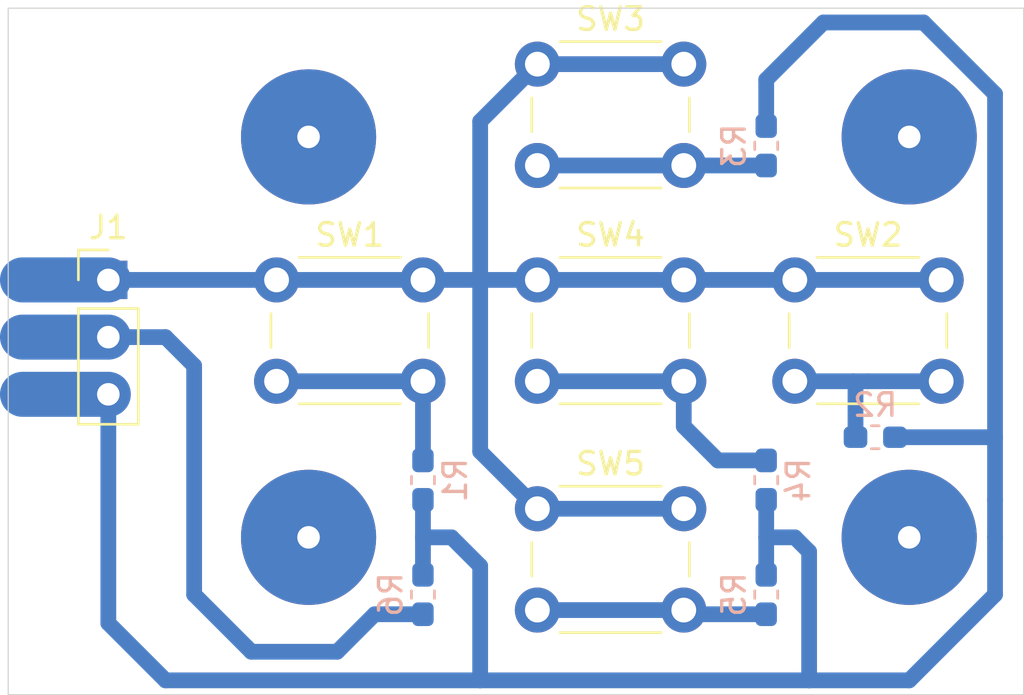
<source format=kicad_pcb>
(kicad_pcb (version 20171130) (host pcbnew 5.1.5+dfsg1-2build2)

  (general
    (thickness 1.6)
    (drawings 4)
    (tracks 68)
    (zones 0)
    (modules 12)
    (nets 9)
  )

  (page A4)
  (layers
    (0 F.Cu signal)
    (31 B.Cu signal)
    (32 B.Adhes user)
    (33 F.Adhes user)
    (34 B.Paste user)
    (35 F.Paste user)
    (36 B.SilkS user)
    (37 F.SilkS user)
    (38 B.Mask user)
    (39 F.Mask user)
    (40 Dwgs.User user)
    (41 Cmts.User user)
    (42 Eco1.User user)
    (43 Eco2.User user)
    (44 Edge.Cuts user)
    (45 Margin user)
    (46 B.CrtYd user)
    (47 F.CrtYd user)
    (48 B.Fab user)
    (49 F.Fab user)
  )

  (setup
    (last_trace_width 0.7)
    (trace_clearance 0.4)
    (zone_clearance 1)
    (zone_45_only no)
    (trace_min 0.2)
    (via_size 2)
    (via_drill 1)
    (via_min_size 0.4)
    (via_min_drill 0.3)
    (uvia_size 2)
    (uvia_drill 1)
    (uvias_allowed no)
    (uvia_min_size 0.2)
    (uvia_min_drill 0.1)
    (edge_width 0.05)
    (segment_width 0.2)
    (pcb_text_width 0.3)
    (pcb_text_size 1.5 1.5)
    (mod_edge_width 0.12)
    (mod_text_size 1 1)
    (mod_text_width 0.15)
    (pad_size 1.524 1.524)
    (pad_drill 0.762)
    (pad_to_mask_clearance 0.051)
    (solder_mask_min_width 0.25)
    (aux_axis_origin 0 0)
    (visible_elements FFFFFF7F)
    (pcbplotparams
      (layerselection 0x01000_fffffffe)
      (usegerberextensions false)
      (usegerberattributes false)
      (usegerberadvancedattributes false)
      (creategerberjobfile false)
      (excludeedgelayer false)
      (linewidth 1.000000)
      (plotframeref false)
      (viasonmask false)
      (mode 1)
      (useauxorigin false)
      (hpglpennumber 1)
      (hpglpenspeed 20)
      (hpglpendiameter 15.000000)
      (psnegative false)
      (psa4output false)
      (plotreference true)
      (plotvalue true)
      (plotinvisibletext false)
      (padsonsilk false)
      (subtractmaskfromsilk false)
      (outputformat 4)
      (mirror false)
      (drillshape 1)
      (scaleselection 1)
      (outputdirectory "../"))
  )

  (net 0 "")
  (net 1 "Net-(R1-Pad2)")
  (net 2 "Net-(R2-Pad2)")
  (net 3 "Net-(R3-Pad2)")
  (net 4 "Net-(R4-Pad2)")
  (net 5 "Net-(R5-Pad2)")
  (net 6 VCC)
  (net 7 GND)
  (net 8 Button)

  (net_class Default "This is the default net class."
    (clearance 0.4)
    (trace_width 0.7)
    (via_dia 2)
    (via_drill 1)
    (uvia_dia 2)
    (uvia_drill 1)
    (add_net Button)
    (add_net GND)
    (add_net "Net-(R1-Pad2)")
    (add_net "Net-(R2-Pad2)")
    (add_net "Net-(R3-Pad2)")
    (add_net "Net-(R4-Pad2)")
    (add_net "Net-(R5-Pad2)")
    (add_net VCC)
  )

  (module Button_Switch_THT:SW_PUSH_6mm (layer F.Cu) (tedit 5A02FE31) (tstamp 62A344AF)
    (at 111.76 111.76)
    (descr https://www.omron.com/ecb/products/pdf/en-b3f.pdf)
    (tags "tact sw push 6mm")
    (path /628689D6)
    (fp_text reference SW5 (at 3.25 -2) (layer F.SilkS)
      (effects (font (size 1 1) (thickness 0.15)))
    )
    (fp_text value SW_CENTER (at 3.75 6.7) (layer F.Fab)
      (effects (font (size 1 1) (thickness 0.15)))
    )
    (fp_circle (center 3.25 2.25) (end 1.25 2.5) (layer F.Fab) (width 0.1))
    (fp_line (start 6.75 3) (end 6.75 1.5) (layer F.SilkS) (width 0.12))
    (fp_line (start 5.5 -1) (end 1 -1) (layer F.SilkS) (width 0.12))
    (fp_line (start -0.25 1.5) (end -0.25 3) (layer F.SilkS) (width 0.12))
    (fp_line (start 1 5.5) (end 5.5 5.5) (layer F.SilkS) (width 0.12))
    (fp_line (start 8 -1.25) (end 8 5.75) (layer F.CrtYd) (width 0.05))
    (fp_line (start 7.75 6) (end -1.25 6) (layer F.CrtYd) (width 0.05))
    (fp_line (start -1.5 5.75) (end -1.5 -1.25) (layer F.CrtYd) (width 0.05))
    (fp_line (start -1.25 -1.5) (end 7.75 -1.5) (layer F.CrtYd) (width 0.05))
    (fp_line (start -1.5 6) (end -1.25 6) (layer F.CrtYd) (width 0.05))
    (fp_line (start -1.5 5.75) (end -1.5 6) (layer F.CrtYd) (width 0.05))
    (fp_line (start -1.5 -1.5) (end -1.25 -1.5) (layer F.CrtYd) (width 0.05))
    (fp_line (start -1.5 -1.25) (end -1.5 -1.5) (layer F.CrtYd) (width 0.05))
    (fp_line (start 8 -1.5) (end 8 -1.25) (layer F.CrtYd) (width 0.05))
    (fp_line (start 7.75 -1.5) (end 8 -1.5) (layer F.CrtYd) (width 0.05))
    (fp_line (start 8 6) (end 8 5.75) (layer F.CrtYd) (width 0.05))
    (fp_line (start 7.75 6) (end 8 6) (layer F.CrtYd) (width 0.05))
    (fp_line (start 0.25 -0.75) (end 3.25 -0.75) (layer F.Fab) (width 0.1))
    (fp_line (start 0.25 5.25) (end 0.25 -0.75) (layer F.Fab) (width 0.1))
    (fp_line (start 6.25 5.25) (end 0.25 5.25) (layer F.Fab) (width 0.1))
    (fp_line (start 6.25 -0.75) (end 6.25 5.25) (layer F.Fab) (width 0.1))
    (fp_line (start 3.25 -0.75) (end 6.25 -0.75) (layer F.Fab) (width 0.1))
    (fp_text user %R (at 3.25 2.25) (layer F.Fab)
      (effects (font (size 1 1) (thickness 0.15)))
    )
    (pad 1 thru_hole circle (at 6.5 0 90) (size 2 2) (drill 1.1) (layers *.Cu *.Mask)
      (net 7 GND))
    (pad 2 thru_hole circle (at 6.5 4.5 90) (size 2 2) (drill 1.1) (layers *.Cu *.Mask)
      (net 5 "Net-(R5-Pad2)"))
    (pad 1 thru_hole circle (at 0 0 90) (size 2 2) (drill 1.1) (layers *.Cu *.Mask)
      (net 7 GND))
    (pad 2 thru_hole circle (at 0 4.5 90) (size 2 2) (drill 1.1) (layers *.Cu *.Mask)
      (net 5 "Net-(R5-Pad2)"))
    (model ${KISYS3DMOD}/Button_Switch_THT.3dshapes/SW_PUSH_6mm.wrl
      (at (xyz 0 0 0))
      (scale (xyz 1 1 1))
      (rotate (xyz 0 0 0))
    )
  )

  (module Button_Switch_THT:SW_PUSH_6mm (layer F.Cu) (tedit 5A02FE31) (tstamp 62A34490)
    (at 111.76 101.6)
    (descr https://www.omron.com/ecb/products/pdf/en-b3f.pdf)
    (tags "tact sw push 6mm")
    (path /62868774)
    (fp_text reference SW4 (at 3.25 -2) (layer F.SilkS)
      (effects (font (size 1 1) (thickness 0.15)))
    )
    (fp_text value SW_DOWN (at 3.75 6.7) (layer F.Fab)
      (effects (font (size 1 1) (thickness 0.15)))
    )
    (fp_circle (center 3.25 2.25) (end 1.25 2.5) (layer F.Fab) (width 0.1))
    (fp_line (start 6.75 3) (end 6.75 1.5) (layer F.SilkS) (width 0.12))
    (fp_line (start 5.5 -1) (end 1 -1) (layer F.SilkS) (width 0.12))
    (fp_line (start -0.25 1.5) (end -0.25 3) (layer F.SilkS) (width 0.12))
    (fp_line (start 1 5.5) (end 5.5 5.5) (layer F.SilkS) (width 0.12))
    (fp_line (start 8 -1.25) (end 8 5.75) (layer F.CrtYd) (width 0.05))
    (fp_line (start 7.75 6) (end -1.25 6) (layer F.CrtYd) (width 0.05))
    (fp_line (start -1.5 5.75) (end -1.5 -1.25) (layer F.CrtYd) (width 0.05))
    (fp_line (start -1.25 -1.5) (end 7.75 -1.5) (layer F.CrtYd) (width 0.05))
    (fp_line (start -1.5 6) (end -1.25 6) (layer F.CrtYd) (width 0.05))
    (fp_line (start -1.5 5.75) (end -1.5 6) (layer F.CrtYd) (width 0.05))
    (fp_line (start -1.5 -1.5) (end -1.25 -1.5) (layer F.CrtYd) (width 0.05))
    (fp_line (start -1.5 -1.25) (end -1.5 -1.5) (layer F.CrtYd) (width 0.05))
    (fp_line (start 8 -1.5) (end 8 -1.25) (layer F.CrtYd) (width 0.05))
    (fp_line (start 7.75 -1.5) (end 8 -1.5) (layer F.CrtYd) (width 0.05))
    (fp_line (start 8 6) (end 8 5.75) (layer F.CrtYd) (width 0.05))
    (fp_line (start 7.75 6) (end 8 6) (layer F.CrtYd) (width 0.05))
    (fp_line (start 0.25 -0.75) (end 3.25 -0.75) (layer F.Fab) (width 0.1))
    (fp_line (start 0.25 5.25) (end 0.25 -0.75) (layer F.Fab) (width 0.1))
    (fp_line (start 6.25 5.25) (end 0.25 5.25) (layer F.Fab) (width 0.1))
    (fp_line (start 6.25 -0.75) (end 6.25 5.25) (layer F.Fab) (width 0.1))
    (fp_line (start 3.25 -0.75) (end 6.25 -0.75) (layer F.Fab) (width 0.1))
    (fp_text user %R (at 3.25 2.25) (layer F.Fab)
      (effects (font (size 1 1) (thickness 0.15)))
    )
    (pad 1 thru_hole circle (at 6.5 0 90) (size 2 2) (drill 1.1) (layers *.Cu *.Mask)
      (net 7 GND))
    (pad 2 thru_hole circle (at 6.5 4.5 90) (size 2 2) (drill 1.1) (layers *.Cu *.Mask)
      (net 4 "Net-(R4-Pad2)"))
    (pad 1 thru_hole circle (at 0 0 90) (size 2 2) (drill 1.1) (layers *.Cu *.Mask)
      (net 7 GND))
    (pad 2 thru_hole circle (at 0 4.5 90) (size 2 2) (drill 1.1) (layers *.Cu *.Mask)
      (net 4 "Net-(R4-Pad2)"))
    (model ${KISYS3DMOD}/Button_Switch_THT.3dshapes/SW_PUSH_6mm.wrl
      (at (xyz 0 0 0))
      (scale (xyz 1 1 1))
      (rotate (xyz 0 0 0))
    )
  )

  (module Button_Switch_THT:SW_PUSH_6mm (layer F.Cu) (tedit 5A02FE31) (tstamp 62A34471)
    (at 111.76 92.02)
    (descr https://www.omron.com/ecb/products/pdf/en-b3f.pdf)
    (tags "tact sw push 6mm")
    (path /628684F0)
    (fp_text reference SW3 (at 3.25 -2) (layer F.SilkS)
      (effects (font (size 1 1) (thickness 0.15)))
    )
    (fp_text value SW_UP (at 3.75 6.7) (layer F.Fab)
      (effects (font (size 1 1) (thickness 0.15)))
    )
    (fp_circle (center 3.25 2.25) (end 1.25 2.5) (layer F.Fab) (width 0.1))
    (fp_line (start 6.75 3) (end 6.75 1.5) (layer F.SilkS) (width 0.12))
    (fp_line (start 5.5 -1) (end 1 -1) (layer F.SilkS) (width 0.12))
    (fp_line (start -0.25 1.5) (end -0.25 3) (layer F.SilkS) (width 0.12))
    (fp_line (start 1 5.5) (end 5.5 5.5) (layer F.SilkS) (width 0.12))
    (fp_line (start 8 -1.25) (end 8 5.75) (layer F.CrtYd) (width 0.05))
    (fp_line (start 7.75 6) (end -1.25 6) (layer F.CrtYd) (width 0.05))
    (fp_line (start -1.5 5.75) (end -1.5 -1.25) (layer F.CrtYd) (width 0.05))
    (fp_line (start -1.25 -1.5) (end 7.75 -1.5) (layer F.CrtYd) (width 0.05))
    (fp_line (start -1.5 6) (end -1.25 6) (layer F.CrtYd) (width 0.05))
    (fp_line (start -1.5 5.75) (end -1.5 6) (layer F.CrtYd) (width 0.05))
    (fp_line (start -1.5 -1.5) (end -1.25 -1.5) (layer F.CrtYd) (width 0.05))
    (fp_line (start -1.5 -1.25) (end -1.5 -1.5) (layer F.CrtYd) (width 0.05))
    (fp_line (start 8 -1.5) (end 8 -1.25) (layer F.CrtYd) (width 0.05))
    (fp_line (start 7.75 -1.5) (end 8 -1.5) (layer F.CrtYd) (width 0.05))
    (fp_line (start 8 6) (end 8 5.75) (layer F.CrtYd) (width 0.05))
    (fp_line (start 7.75 6) (end 8 6) (layer F.CrtYd) (width 0.05))
    (fp_line (start 0.25 -0.75) (end 3.25 -0.75) (layer F.Fab) (width 0.1))
    (fp_line (start 0.25 5.25) (end 0.25 -0.75) (layer F.Fab) (width 0.1))
    (fp_line (start 6.25 5.25) (end 0.25 5.25) (layer F.Fab) (width 0.1))
    (fp_line (start 6.25 -0.75) (end 6.25 5.25) (layer F.Fab) (width 0.1))
    (fp_line (start 3.25 -0.75) (end 6.25 -0.75) (layer F.Fab) (width 0.1))
    (fp_text user %R (at 3.25 2.25) (layer F.Fab)
      (effects (font (size 1 1) (thickness 0.15)))
    )
    (pad 1 thru_hole circle (at 6.5 0 90) (size 2 2) (drill 1.1) (layers *.Cu *.Mask)
      (net 7 GND))
    (pad 2 thru_hole circle (at 6.5 4.5 90) (size 2 2) (drill 1.1) (layers *.Cu *.Mask)
      (net 3 "Net-(R3-Pad2)"))
    (pad 1 thru_hole circle (at 0 0 90) (size 2 2) (drill 1.1) (layers *.Cu *.Mask)
      (net 7 GND))
    (pad 2 thru_hole circle (at 0 4.5 90) (size 2 2) (drill 1.1) (layers *.Cu *.Mask)
      (net 3 "Net-(R3-Pad2)"))
    (model ${KISYS3DMOD}/Button_Switch_THT.3dshapes/SW_PUSH_6mm.wrl
      (at (xyz 0 0 0))
      (scale (xyz 1 1 1))
      (rotate (xyz 0 0 0))
    )
  )

  (module Button_Switch_THT:SW_PUSH_6mm (layer F.Cu) (tedit 5A02FE31) (tstamp 62A34452)
    (at 123.19 101.6)
    (descr https://www.omron.com/ecb/products/pdf/en-b3f.pdf)
    (tags "tact sw push 6mm")
    (path /62867C05)
    (fp_text reference SW2 (at 3.25 -2) (layer F.SilkS)
      (effects (font (size 1 1) (thickness 0.15)))
    )
    (fp_text value SW_RIGHT (at 3.75 6.7) (layer F.Fab)
      (effects (font (size 1 1) (thickness 0.15)))
    )
    (fp_circle (center 3.25 2.25) (end 1.25 2.5) (layer F.Fab) (width 0.1))
    (fp_line (start 6.75 3) (end 6.75 1.5) (layer F.SilkS) (width 0.12))
    (fp_line (start 5.5 -1) (end 1 -1) (layer F.SilkS) (width 0.12))
    (fp_line (start -0.25 1.5) (end -0.25 3) (layer F.SilkS) (width 0.12))
    (fp_line (start 1 5.5) (end 5.5 5.5) (layer F.SilkS) (width 0.12))
    (fp_line (start 8 -1.25) (end 8 5.75) (layer F.CrtYd) (width 0.05))
    (fp_line (start 7.75 6) (end -1.25 6) (layer F.CrtYd) (width 0.05))
    (fp_line (start -1.5 5.75) (end -1.5 -1.25) (layer F.CrtYd) (width 0.05))
    (fp_line (start -1.25 -1.5) (end 7.75 -1.5) (layer F.CrtYd) (width 0.05))
    (fp_line (start -1.5 6) (end -1.25 6) (layer F.CrtYd) (width 0.05))
    (fp_line (start -1.5 5.75) (end -1.5 6) (layer F.CrtYd) (width 0.05))
    (fp_line (start -1.5 -1.5) (end -1.25 -1.5) (layer F.CrtYd) (width 0.05))
    (fp_line (start -1.5 -1.25) (end -1.5 -1.5) (layer F.CrtYd) (width 0.05))
    (fp_line (start 8 -1.5) (end 8 -1.25) (layer F.CrtYd) (width 0.05))
    (fp_line (start 7.75 -1.5) (end 8 -1.5) (layer F.CrtYd) (width 0.05))
    (fp_line (start 8 6) (end 8 5.75) (layer F.CrtYd) (width 0.05))
    (fp_line (start 7.75 6) (end 8 6) (layer F.CrtYd) (width 0.05))
    (fp_line (start 0.25 -0.75) (end 3.25 -0.75) (layer F.Fab) (width 0.1))
    (fp_line (start 0.25 5.25) (end 0.25 -0.75) (layer F.Fab) (width 0.1))
    (fp_line (start 6.25 5.25) (end 0.25 5.25) (layer F.Fab) (width 0.1))
    (fp_line (start 6.25 -0.75) (end 6.25 5.25) (layer F.Fab) (width 0.1))
    (fp_line (start 3.25 -0.75) (end 6.25 -0.75) (layer F.Fab) (width 0.1))
    (fp_text user %R (at 3.25 2.25) (layer F.Fab)
      (effects (font (size 1 1) (thickness 0.15)))
    )
    (pad 1 thru_hole circle (at 6.5 0 90) (size 2 2) (drill 1.1) (layers *.Cu *.Mask)
      (net 7 GND))
    (pad 2 thru_hole circle (at 6.5 4.5 90) (size 2 2) (drill 1.1) (layers *.Cu *.Mask)
      (net 2 "Net-(R2-Pad2)"))
    (pad 1 thru_hole circle (at 0 0 90) (size 2 2) (drill 1.1) (layers *.Cu *.Mask)
      (net 7 GND))
    (pad 2 thru_hole circle (at 0 4.5 90) (size 2 2) (drill 1.1) (layers *.Cu *.Mask)
      (net 2 "Net-(R2-Pad2)"))
    (model ${KISYS3DMOD}/Button_Switch_THT.3dshapes/SW_PUSH_6mm.wrl
      (at (xyz 0 0 0))
      (scale (xyz 1 1 1))
      (rotate (xyz 0 0 0))
    )
  )

  (module Button_Switch_THT:SW_PUSH_6mm (layer F.Cu) (tedit 5A02FE31) (tstamp 62A34433)
    (at 100.18 101.6)
    (descr https://www.omron.com/ecb/products/pdf/en-b3f.pdf)
    (tags "tact sw push 6mm")
    (path /628674E4)
    (fp_text reference SW1 (at 3.25 -2) (layer F.SilkS)
      (effects (font (size 1 1) (thickness 0.15)))
    )
    (fp_text value SW_LEFT (at 3.75 6.7) (layer F.Fab)
      (effects (font (size 1 1) (thickness 0.15)))
    )
    (fp_circle (center 3.25 2.25) (end 1.25 2.5) (layer F.Fab) (width 0.1))
    (fp_line (start 6.75 3) (end 6.75 1.5) (layer F.SilkS) (width 0.12))
    (fp_line (start 5.5 -1) (end 1 -1) (layer F.SilkS) (width 0.12))
    (fp_line (start -0.25 1.5) (end -0.25 3) (layer F.SilkS) (width 0.12))
    (fp_line (start 1 5.5) (end 5.5 5.5) (layer F.SilkS) (width 0.12))
    (fp_line (start 8 -1.25) (end 8 5.75) (layer F.CrtYd) (width 0.05))
    (fp_line (start 7.75 6) (end -1.25 6) (layer F.CrtYd) (width 0.05))
    (fp_line (start -1.5 5.75) (end -1.5 -1.25) (layer F.CrtYd) (width 0.05))
    (fp_line (start -1.25 -1.5) (end 7.75 -1.5) (layer F.CrtYd) (width 0.05))
    (fp_line (start -1.5 6) (end -1.25 6) (layer F.CrtYd) (width 0.05))
    (fp_line (start -1.5 5.75) (end -1.5 6) (layer F.CrtYd) (width 0.05))
    (fp_line (start -1.5 -1.5) (end -1.25 -1.5) (layer F.CrtYd) (width 0.05))
    (fp_line (start -1.5 -1.25) (end -1.5 -1.5) (layer F.CrtYd) (width 0.05))
    (fp_line (start 8 -1.5) (end 8 -1.25) (layer F.CrtYd) (width 0.05))
    (fp_line (start 7.75 -1.5) (end 8 -1.5) (layer F.CrtYd) (width 0.05))
    (fp_line (start 8 6) (end 8 5.75) (layer F.CrtYd) (width 0.05))
    (fp_line (start 7.75 6) (end 8 6) (layer F.CrtYd) (width 0.05))
    (fp_line (start 0.25 -0.75) (end 3.25 -0.75) (layer F.Fab) (width 0.1))
    (fp_line (start 0.25 5.25) (end 0.25 -0.75) (layer F.Fab) (width 0.1))
    (fp_line (start 6.25 5.25) (end 0.25 5.25) (layer F.Fab) (width 0.1))
    (fp_line (start 6.25 -0.75) (end 6.25 5.25) (layer F.Fab) (width 0.1))
    (fp_line (start 3.25 -0.75) (end 6.25 -0.75) (layer F.Fab) (width 0.1))
    (fp_text user %R (at 3.25 2.25) (layer F.Fab)
      (effects (font (size 1 1) (thickness 0.15)))
    )
    (pad 1 thru_hole circle (at 6.5 0 90) (size 2 2) (drill 1.1) (layers *.Cu *.Mask)
      (net 7 GND))
    (pad 2 thru_hole circle (at 6.5 4.5 90) (size 2 2) (drill 1.1) (layers *.Cu *.Mask)
      (net 1 "Net-(R1-Pad2)"))
    (pad 1 thru_hole circle (at 0 0 90) (size 2 2) (drill 1.1) (layers *.Cu *.Mask)
      (net 7 GND))
    (pad 2 thru_hole circle (at 0 4.5 90) (size 2 2) (drill 1.1) (layers *.Cu *.Mask)
      (net 1 "Net-(R1-Pad2)"))
    (model ${KISYS3DMOD}/Button_Switch_THT.3dshapes/SW_PUSH_6mm.wrl
      (at (xyz 0 0 0))
      (scale (xyz 1 1 1))
      (rotate (xyz 0 0 0))
    )
  )

  (module Resistor_SMD:R_0603_1608Metric_Pad1.05x0.95mm_HandSolder (layer B.Cu) (tedit 5B301BBD) (tstamp 62A34414)
    (at 106.68 115.57 270)
    (descr "Resistor SMD 0603 (1608 Metric), square (rectangular) end terminal, IPC_7351 nominal with elongated pad for handsoldering. (Body size source: http://www.tortai-tech.com/upload/download/2011102023233369053.pdf), generated with kicad-footprint-generator")
    (tags "resistor handsolder")
    (path /62872EF1)
    (attr smd)
    (fp_text reference R6 (at 0 1.43 90) (layer B.SilkS)
      (effects (font (size 1 1) (thickness 0.15)) (justify mirror))
    )
    (fp_text value 4.7K (at 0 -1.43 90) (layer B.Fab)
      (effects (font (size 1 1) (thickness 0.15)) (justify mirror))
    )
    (fp_text user %R (at 0 0 90) (layer B.Fab)
      (effects (font (size 0.4 0.4) (thickness 0.06)) (justify mirror))
    )
    (fp_line (start 1.65 -0.73) (end -1.65 -0.73) (layer B.CrtYd) (width 0.05))
    (fp_line (start 1.65 0.73) (end 1.65 -0.73) (layer B.CrtYd) (width 0.05))
    (fp_line (start -1.65 0.73) (end 1.65 0.73) (layer B.CrtYd) (width 0.05))
    (fp_line (start -1.65 -0.73) (end -1.65 0.73) (layer B.CrtYd) (width 0.05))
    (fp_line (start -0.171267 -0.51) (end 0.171267 -0.51) (layer B.SilkS) (width 0.12))
    (fp_line (start -0.171267 0.51) (end 0.171267 0.51) (layer B.SilkS) (width 0.12))
    (fp_line (start 0.8 -0.4) (end -0.8 -0.4) (layer B.Fab) (width 0.1))
    (fp_line (start 0.8 0.4) (end 0.8 -0.4) (layer B.Fab) (width 0.1))
    (fp_line (start -0.8 0.4) (end 0.8 0.4) (layer B.Fab) (width 0.1))
    (fp_line (start -0.8 -0.4) (end -0.8 0.4) (layer B.Fab) (width 0.1))
    (pad 2 smd roundrect (at 0.875 0 270) (size 1.05 0.95) (layers B.Cu B.Paste B.Mask) (roundrect_rratio 0.25)
      (net 6 VCC))
    (pad 1 smd roundrect (at -0.875 0 270) (size 1.05 0.95) (layers B.Cu B.Paste B.Mask) (roundrect_rratio 0.25)
      (net 8 Button))
    (model ${KISYS3DMOD}/Resistor_SMD.3dshapes/R_0603_1608Metric.wrl
      (at (xyz 0 0 0))
      (scale (xyz 1 1 1))
      (rotate (xyz 0 0 0))
    )
  )

  (module Resistor_SMD:R_0603_1608Metric_Pad1.05x0.95mm_HandSolder (layer B.Cu) (tedit 5B301BBD) (tstamp 62A34403)
    (at 121.92 115.57 270)
    (descr "Resistor SMD 0603 (1608 Metric), square (rectangular) end terminal, IPC_7351 nominal with elongated pad for handsoldering. (Body size source: http://www.tortai-tech.com/upload/download/2011102023233369053.pdf), generated with kicad-footprint-generator")
    (tags "resistor handsolder")
    (path /62870E51)
    (attr smd)
    (fp_text reference R5 (at 0 1.43 90) (layer B.SilkS)
      (effects (font (size 1 1) (thickness 0.15)) (justify mirror))
    )
    (fp_text value 2.2K (at 0 -1.43 90) (layer B.Fab)
      (effects (font (size 1 1) (thickness 0.15)) (justify mirror))
    )
    (fp_text user %R (at 0 0 90) (layer B.Fab)
      (effects (font (size 0.4 0.4) (thickness 0.06)) (justify mirror))
    )
    (fp_line (start 1.65 -0.73) (end -1.65 -0.73) (layer B.CrtYd) (width 0.05))
    (fp_line (start 1.65 0.73) (end 1.65 -0.73) (layer B.CrtYd) (width 0.05))
    (fp_line (start -1.65 0.73) (end 1.65 0.73) (layer B.CrtYd) (width 0.05))
    (fp_line (start -1.65 -0.73) (end -1.65 0.73) (layer B.CrtYd) (width 0.05))
    (fp_line (start -0.171267 -0.51) (end 0.171267 -0.51) (layer B.SilkS) (width 0.12))
    (fp_line (start -0.171267 0.51) (end 0.171267 0.51) (layer B.SilkS) (width 0.12))
    (fp_line (start 0.8 -0.4) (end -0.8 -0.4) (layer B.Fab) (width 0.1))
    (fp_line (start 0.8 0.4) (end 0.8 -0.4) (layer B.Fab) (width 0.1))
    (fp_line (start -0.8 0.4) (end 0.8 0.4) (layer B.Fab) (width 0.1))
    (fp_line (start -0.8 -0.4) (end -0.8 0.4) (layer B.Fab) (width 0.1))
    (pad 2 smd roundrect (at 0.875 0 270) (size 1.05 0.95) (layers B.Cu B.Paste B.Mask) (roundrect_rratio 0.25)
      (net 5 "Net-(R5-Pad2)"))
    (pad 1 smd roundrect (at -0.875 0 270) (size 1.05 0.95) (layers B.Cu B.Paste B.Mask) (roundrect_rratio 0.25)
      (net 8 Button))
    (model ${KISYS3DMOD}/Resistor_SMD.3dshapes/R_0603_1608Metric.wrl
      (at (xyz 0 0 0))
      (scale (xyz 1 1 1))
      (rotate (xyz 0 0 0))
    )
  )

  (module Resistor_SMD:R_0603_1608Metric_Pad1.05x0.95mm_HandSolder (layer B.Cu) (tedit 5B301BBD) (tstamp 62A343F2)
    (at 121.92 110.49 90)
    (descr "Resistor SMD 0603 (1608 Metric), square (rectangular) end terminal, IPC_7351 nominal with elongated pad for handsoldering. (Body size source: http://www.tortai-tech.com/upload/download/2011102023233369053.pdf), generated with kicad-footprint-generator")
    (tags "resistor handsolder")
    (path /62870A75)
    (attr smd)
    (fp_text reference R4 (at 0 1.43 90) (layer B.SilkS)
      (effects (font (size 1 1) (thickness 0.15)) (justify mirror))
    )
    (fp_text value 1K (at 0 -1.43 90) (layer B.Fab)
      (effects (font (size 1 1) (thickness 0.15)) (justify mirror))
    )
    (fp_text user %R (at 0 0 90) (layer B.Fab)
      (effects (font (size 0.4 0.4) (thickness 0.06)) (justify mirror))
    )
    (fp_line (start 1.65 -0.73) (end -1.65 -0.73) (layer B.CrtYd) (width 0.05))
    (fp_line (start 1.65 0.73) (end 1.65 -0.73) (layer B.CrtYd) (width 0.05))
    (fp_line (start -1.65 0.73) (end 1.65 0.73) (layer B.CrtYd) (width 0.05))
    (fp_line (start -1.65 -0.73) (end -1.65 0.73) (layer B.CrtYd) (width 0.05))
    (fp_line (start -0.171267 -0.51) (end 0.171267 -0.51) (layer B.SilkS) (width 0.12))
    (fp_line (start -0.171267 0.51) (end 0.171267 0.51) (layer B.SilkS) (width 0.12))
    (fp_line (start 0.8 -0.4) (end -0.8 -0.4) (layer B.Fab) (width 0.1))
    (fp_line (start 0.8 0.4) (end 0.8 -0.4) (layer B.Fab) (width 0.1))
    (fp_line (start -0.8 0.4) (end 0.8 0.4) (layer B.Fab) (width 0.1))
    (fp_line (start -0.8 -0.4) (end -0.8 0.4) (layer B.Fab) (width 0.1))
    (pad 2 smd roundrect (at 0.875 0 90) (size 1.05 0.95) (layers B.Cu B.Paste B.Mask) (roundrect_rratio 0.25)
      (net 4 "Net-(R4-Pad2)"))
    (pad 1 smd roundrect (at -0.875 0 90) (size 1.05 0.95) (layers B.Cu B.Paste B.Mask) (roundrect_rratio 0.25)
      (net 8 Button))
    (model ${KISYS3DMOD}/Resistor_SMD.3dshapes/R_0603_1608Metric.wrl
      (at (xyz 0 0 0))
      (scale (xyz 1 1 1))
      (rotate (xyz 0 0 0))
    )
  )

  (module Resistor_SMD:R_0603_1608Metric_Pad1.05x0.95mm_HandSolder (layer B.Cu) (tedit 5B301BBD) (tstamp 62A343E1)
    (at 121.92 95.645 270)
    (descr "Resistor SMD 0603 (1608 Metric), square (rectangular) end terminal, IPC_7351 nominal with elongated pad for handsoldering. (Body size source: http://www.tortai-tech.com/upload/download/2011102023233369053.pdf), generated with kicad-footprint-generator")
    (tags "resistor handsolder")
    (path /62870875)
    (attr smd)
    (fp_text reference R3 (at 0 1.43 90) (layer B.SilkS)
      (effects (font (size 1 1) (thickness 0.15)) (justify mirror))
    )
    (fp_text value 10K (at 0 -1.43 90) (layer B.Fab)
      (effects (font (size 1 1) (thickness 0.15)) (justify mirror))
    )
    (fp_text user %R (at 0 0 90) (layer B.Fab)
      (effects (font (size 0.4 0.4) (thickness 0.06)) (justify mirror))
    )
    (fp_line (start 1.65 -0.73) (end -1.65 -0.73) (layer B.CrtYd) (width 0.05))
    (fp_line (start 1.65 0.73) (end 1.65 -0.73) (layer B.CrtYd) (width 0.05))
    (fp_line (start -1.65 0.73) (end 1.65 0.73) (layer B.CrtYd) (width 0.05))
    (fp_line (start -1.65 -0.73) (end -1.65 0.73) (layer B.CrtYd) (width 0.05))
    (fp_line (start -0.171267 -0.51) (end 0.171267 -0.51) (layer B.SilkS) (width 0.12))
    (fp_line (start -0.171267 0.51) (end 0.171267 0.51) (layer B.SilkS) (width 0.12))
    (fp_line (start 0.8 -0.4) (end -0.8 -0.4) (layer B.Fab) (width 0.1))
    (fp_line (start 0.8 0.4) (end 0.8 -0.4) (layer B.Fab) (width 0.1))
    (fp_line (start -0.8 0.4) (end 0.8 0.4) (layer B.Fab) (width 0.1))
    (fp_line (start -0.8 -0.4) (end -0.8 0.4) (layer B.Fab) (width 0.1))
    (pad 2 smd roundrect (at 0.875 0 270) (size 1.05 0.95) (layers B.Cu B.Paste B.Mask) (roundrect_rratio 0.25)
      (net 3 "Net-(R3-Pad2)"))
    (pad 1 smd roundrect (at -0.875 0 270) (size 1.05 0.95) (layers B.Cu B.Paste B.Mask) (roundrect_rratio 0.25)
      (net 8 Button))
    (model ${KISYS3DMOD}/Resistor_SMD.3dshapes/R_0603_1608Metric.wrl
      (at (xyz 0 0 0))
      (scale (xyz 1 1 1))
      (rotate (xyz 0 0 0))
    )
  )

  (module Resistor_SMD:R_0603_1608Metric_Pad1.05x0.95mm_HandSolder (layer B.Cu) (tedit 5B301BBD) (tstamp 62A343D0)
    (at 126.76 108.585 180)
    (descr "Resistor SMD 0603 (1608 Metric), square (rectangular) end terminal, IPC_7351 nominal with elongated pad for handsoldering. (Body size source: http://www.tortai-tech.com/upload/download/2011102023233369053.pdf), generated with kicad-footprint-generator")
    (tags "resistor handsolder")
    (path /62870557)
    (attr smd)
    (fp_text reference R2 (at 0 1.43) (layer B.SilkS)
      (effects (font (size 1 1) (thickness 0.15)) (justify mirror))
    )
    (fp_text value 4.7K (at 0 -1.43) (layer B.Fab)
      (effects (font (size 1 1) (thickness 0.15)) (justify mirror))
    )
    (fp_text user %R (at 0 0) (layer B.Fab)
      (effects (font (size 0.4 0.4) (thickness 0.06)) (justify mirror))
    )
    (fp_line (start 1.65 -0.73) (end -1.65 -0.73) (layer B.CrtYd) (width 0.05))
    (fp_line (start 1.65 0.73) (end 1.65 -0.73) (layer B.CrtYd) (width 0.05))
    (fp_line (start -1.65 0.73) (end 1.65 0.73) (layer B.CrtYd) (width 0.05))
    (fp_line (start -1.65 -0.73) (end -1.65 0.73) (layer B.CrtYd) (width 0.05))
    (fp_line (start -0.171267 -0.51) (end 0.171267 -0.51) (layer B.SilkS) (width 0.12))
    (fp_line (start -0.171267 0.51) (end 0.171267 0.51) (layer B.SilkS) (width 0.12))
    (fp_line (start 0.8 -0.4) (end -0.8 -0.4) (layer B.Fab) (width 0.1))
    (fp_line (start 0.8 0.4) (end 0.8 -0.4) (layer B.Fab) (width 0.1))
    (fp_line (start -0.8 0.4) (end 0.8 0.4) (layer B.Fab) (width 0.1))
    (fp_line (start -0.8 -0.4) (end -0.8 0.4) (layer B.Fab) (width 0.1))
    (pad 2 smd roundrect (at 0.875 0 180) (size 1.05 0.95) (layers B.Cu B.Paste B.Mask) (roundrect_rratio 0.25)
      (net 2 "Net-(R2-Pad2)"))
    (pad 1 smd roundrect (at -0.875 0 180) (size 1.05 0.95) (layers B.Cu B.Paste B.Mask) (roundrect_rratio 0.25)
      (net 8 Button))
    (model ${KISYS3DMOD}/Resistor_SMD.3dshapes/R_0603_1608Metric.wrl
      (at (xyz 0 0 0))
      (scale (xyz 1 1 1))
      (rotate (xyz 0 0 0))
    )
  )

  (module Resistor_SMD:R_0603_1608Metric_Pad1.05x0.95mm_HandSolder (layer B.Cu) (tedit 5B301BBD) (tstamp 62A343BF)
    (at 106.68 110.49 90)
    (descr "Resistor SMD 0603 (1608 Metric), square (rectangular) end terminal, IPC_7351 nominal with elongated pad for handsoldering. (Body size source: http://www.tortai-tech.com/upload/download/2011102023233369053.pdf), generated with kicad-footprint-generator")
    (tags "resistor handsolder")
    (path /628693E5)
    (attr smd)
    (fp_text reference R1 (at 0 1.43 90) (layer B.SilkS)
      (effects (font (size 1 1) (thickness 0.15)) (justify mirror))
    )
    (fp_text value 470 (at 0 -1.43 90) (layer B.Fab)
      (effects (font (size 1 1) (thickness 0.15)) (justify mirror))
    )
    (fp_text user %R (at 0 0 90) (layer B.Fab)
      (effects (font (size 0.4 0.4) (thickness 0.06)) (justify mirror))
    )
    (fp_line (start 1.65 -0.73) (end -1.65 -0.73) (layer B.CrtYd) (width 0.05))
    (fp_line (start 1.65 0.73) (end 1.65 -0.73) (layer B.CrtYd) (width 0.05))
    (fp_line (start -1.65 0.73) (end 1.65 0.73) (layer B.CrtYd) (width 0.05))
    (fp_line (start -1.65 -0.73) (end -1.65 0.73) (layer B.CrtYd) (width 0.05))
    (fp_line (start -0.171267 -0.51) (end 0.171267 -0.51) (layer B.SilkS) (width 0.12))
    (fp_line (start -0.171267 0.51) (end 0.171267 0.51) (layer B.SilkS) (width 0.12))
    (fp_line (start 0.8 -0.4) (end -0.8 -0.4) (layer B.Fab) (width 0.1))
    (fp_line (start 0.8 0.4) (end 0.8 -0.4) (layer B.Fab) (width 0.1))
    (fp_line (start -0.8 0.4) (end 0.8 0.4) (layer B.Fab) (width 0.1))
    (fp_line (start -0.8 -0.4) (end -0.8 0.4) (layer B.Fab) (width 0.1))
    (pad 2 smd roundrect (at 0.875 0 90) (size 1.05 0.95) (layers B.Cu B.Paste B.Mask) (roundrect_rratio 0.25)
      (net 1 "Net-(R1-Pad2)"))
    (pad 1 smd roundrect (at -0.875 0 90) (size 1.05 0.95) (layers B.Cu B.Paste B.Mask) (roundrect_rratio 0.25)
      (net 8 Button))
    (model ${KISYS3DMOD}/Resistor_SMD.3dshapes/R_0603_1608Metric.wrl
      (at (xyz 0 0 0))
      (scale (xyz 1 1 1))
      (rotate (xyz 0 0 0))
    )
  )

  (module Connector_PinHeader_2.54mm:PinHeader_1x03_P2.54mm_Vertical (layer F.Cu) (tedit 59FED5CC) (tstamp 62A343AE)
    (at 92.71 101.6)
    (descr "Through hole straight pin header, 1x03, 2.54mm pitch, single row")
    (tags "Through hole pin header THT 1x03 2.54mm single row")
    (path /6288F7CA)
    (fp_text reference J1 (at 0 -2.33) (layer F.SilkS)
      (effects (font (size 1 1) (thickness 0.15)))
    )
    (fp_text value Conn_01x03 (at 0 7.41) (layer F.Fab)
      (effects (font (size 1 1) (thickness 0.15)))
    )
    (fp_text user %R (at 0 2.54 90) (layer F.Fab)
      (effects (font (size 1 1) (thickness 0.15)))
    )
    (fp_line (start 1.8 -1.8) (end -1.8 -1.8) (layer F.CrtYd) (width 0.05))
    (fp_line (start 1.8 6.85) (end 1.8 -1.8) (layer F.CrtYd) (width 0.05))
    (fp_line (start -1.8 6.85) (end 1.8 6.85) (layer F.CrtYd) (width 0.05))
    (fp_line (start -1.8 -1.8) (end -1.8 6.85) (layer F.CrtYd) (width 0.05))
    (fp_line (start -1.33 -1.33) (end 0 -1.33) (layer F.SilkS) (width 0.12))
    (fp_line (start -1.33 0) (end -1.33 -1.33) (layer F.SilkS) (width 0.12))
    (fp_line (start -1.33 1.27) (end 1.33 1.27) (layer F.SilkS) (width 0.12))
    (fp_line (start 1.33 1.27) (end 1.33 6.41) (layer F.SilkS) (width 0.12))
    (fp_line (start -1.33 1.27) (end -1.33 6.41) (layer F.SilkS) (width 0.12))
    (fp_line (start -1.33 6.41) (end 1.33 6.41) (layer F.SilkS) (width 0.12))
    (fp_line (start -1.27 -0.635) (end -0.635 -1.27) (layer F.Fab) (width 0.1))
    (fp_line (start -1.27 6.35) (end -1.27 -0.635) (layer F.Fab) (width 0.1))
    (fp_line (start 1.27 6.35) (end -1.27 6.35) (layer F.Fab) (width 0.1))
    (fp_line (start 1.27 -1.27) (end 1.27 6.35) (layer F.Fab) (width 0.1))
    (fp_line (start -0.635 -1.27) (end 1.27 -1.27) (layer F.Fab) (width 0.1))
    (pad 3 thru_hole oval (at 0 5.08) (size 1.7 1.7) (drill 1) (layers *.Cu *.Mask)
      (net 8 Button))
    (pad 2 thru_hole oval (at 0 2.54) (size 1.7 1.7) (drill 1) (layers *.Cu *.Mask)
      (net 6 VCC))
    (pad 1 thru_hole rect (at 0 0) (size 1.7 1.7) (drill 1) (layers *.Cu *.Mask)
      (net 7 GND))
    (model ${KISYS3DMOD}/Connector_PinHeader_2.54mm.3dshapes/PinHeader_1x03_P2.54mm_Vertical.wrl
      (at (xyz 0 0 0))
      (scale (xyz 1 1 1))
      (rotate (xyz 0 0 0))
    )
  )

  (gr_line (start 88.265 120.015) (end 88.265 89.535) (layer Edge.Cuts) (width 0.05) (tstamp 62A36AAE))
  (gr_line (start 133.35 120.015) (end 88.265 120.015) (layer Edge.Cuts) (width 0.05))
  (gr_line (start 133.35 89.535) (end 133.35 120.015) (layer Edge.Cuts) (width 0.05))
  (gr_line (start 88.265 89.535) (end 133.35 89.535) (layer Edge.Cuts) (width 0.05))

  (via (at 101.6 95.25) (size 6) (drill 1) (layers F.Cu B.Cu) (net 0))
  (via (at 128.27 95.25) (size 6) (drill 1) (layers F.Cu B.Cu) (net 0))
  (via (at 101.6 113.03) (size 6) (drill 1) (layers F.Cu B.Cu) (net 0))
  (via (at 128.27 113.03) (size 6) (drill 1) (layers F.Cu B.Cu) (net 0))
  (segment (start 106.68 109.615) (end 106.68 106.1) (width 0.7) (layer B.Cu) (net 1))
  (segment (start 106.68 106.1) (end 100.18 106.1) (width 0.7) (layer B.Cu) (net 1))
  (segment (start 126.42 106.1) (end 129.69 106.1) (width 0.7) (layer B.Cu) (net 2))
  (segment (start 125.885 106.2) (end 125.885 108.585) (width 0.7) (layer B.Cu) (net 2))
  (segment (start 125.785 106.1) (end 125.885 106.2) (width 0.7) (layer B.Cu) (net 2))
  (segment (start 123.19 106.1) (end 125.785 106.1) (width 0.7) (layer B.Cu) (net 2))
  (segment (start 125.785 106.1) (end 126.42 106.1) (width 0.7) (layer B.Cu) (net 2))
  (segment (start 121.92 96.52) (end 118.26 96.52) (width 0.7) (layer B.Cu) (net 3))
  (segment (start 118.26 96.52) (end 111.76 96.52) (width 0.7) (layer B.Cu) (net 3))
  (segment (start 121.92 109.615) (end 119.775 109.615) (width 0.7) (layer B.Cu) (net 4))
  (segment (start 118.26 108.1) (end 118.26 106.1) (width 0.7) (layer B.Cu) (net 4))
  (segment (start 119.775 109.615) (end 118.26 108.1) (width 0.7) (layer B.Cu) (net 4))
  (segment (start 118.26 106.1) (end 111.76 106.1) (width 0.7) (layer B.Cu) (net 4))
  (segment (start 118.445 116.445) (end 118.26 116.26) (width 0.7) (layer B.Cu) (net 5))
  (segment (start 121.92 116.445) (end 118.445 116.445) (width 0.7) (layer B.Cu) (net 5))
  (segment (start 118.26 116.26) (end 111.76 116.26) (width 0.7) (layer B.Cu) (net 5))
  (segment (start 92.71 106.68) (end 88.9 106.68) (width 2) (layer B.Cu) (net 8))
  (segment (start 118.26 111.76) (end 111.76 111.76) (width 0.7) (layer B.Cu) (net 7))
  (segment (start 111.76 101.6) (end 118.26 101.6) (width 0.7) (layer B.Cu) (net 7))
  (segment (start 123.19 101.6) (end 129.69 101.6) (width 0.7) (layer B.Cu) (net 7))
  (segment (start 106.68 101.6) (end 100.18 101.6) (width 0.7) (layer B.Cu) (net 7))
  (segment (start 118.26 101.6) (end 123.19 101.6) (width 0.7) (layer B.Cu) (net 7))
  (segment (start 109.22 109.22) (end 111.76 111.76) (width 0.7) (layer B.Cu) (net 7))
  (segment (start 109.22 101.6) (end 109.22 109.22) (width 0.7) (layer B.Cu) (net 7))
  (segment (start 106.68 101.6) (end 109.22 101.6) (width 0.7) (layer B.Cu) (net 7))
  (segment (start 109.22 101.6) (end 111.76 101.6) (width 0.7) (layer B.Cu) (net 7))
  (segment (start 118.26 92.02) (end 111.76 92.02) (width 0.7) (layer B.Cu) (net 7))
  (segment (start 109.22 94.56) (end 111.76 92.02) (width 0.7) (layer B.Cu) (net 7))
  (segment (start 109.22 101.6) (end 109.22 94.56) (width 0.7) (layer B.Cu) (net 7))
  (segment (start 100.18 101.6) (end 92.71 101.6) (width 0.7) (layer B.Cu) (net 7))
  (segment (start 92.71 101.6) (end 88.9 101.6) (width 2) (layer B.Cu) (net 7))
  (segment (start 106.68 111.365) (end 106.68 113.03) (width 0.7) (layer B.Cu) (net 8))
  (segment (start 106.68 113.03) (end 106.68 114.695) (width 0.7) (layer B.Cu) (net 8))
  (segment (start 121.92 114.695) (end 121.92 113.03) (width 0.7) (layer B.Cu) (net 8))
  (segment (start 121.92 113.03) (end 121.92 111.365) (width 0.7) (layer B.Cu) (net 8))
  (segment (start 92.71 104.14) (end 88.9 104.14) (width 2) (layer B.Cu) (net 6))
  (segment (start 95.25 104.14) (end 92.71 104.14) (width 0.7) (layer B.Cu) (net 6))
  (segment (start 99.06 118.11) (end 96.52 115.57) (width 0.7) (layer B.Cu) (net 6))
  (segment (start 102.87 118.11) (end 99.06 118.11) (width 0.7) (layer B.Cu) (net 6))
  (segment (start 96.52 105.41) (end 95.25 104.14) (width 0.7) (layer B.Cu) (net 6))
  (segment (start 104.535 116.445) (end 102.87 118.11) (width 0.7) (layer B.Cu) (net 6))
  (segment (start 96.52 115.57) (end 96.52 105.41) (width 0.7) (layer B.Cu) (net 6))
  (segment (start 106.68 116.445) (end 104.535 116.445) (width 0.7) (layer B.Cu) (net 6))
  (segment (start 132.08 111.365) (end 132.08 113.03) (width 0.7) (layer B.Cu) (net 8))
  (segment (start 128.27 119.38) (end 132.08 115.57) (width 0.7) (layer B.Cu) (net 8))
  (segment (start 132.08 115.57) (end 132.08 113.03) (width 0.7) (layer B.Cu) (net 8))
  (segment (start 109.22 114.3) (end 109.22 119.38) (width 0.7) (layer B.Cu) (net 8))
  (segment (start 107.95 113.03) (end 109.22 114.3) (width 0.7) (layer B.Cu) (net 8))
  (segment (start 106.68 113.03) (end 107.95 113.03) (width 0.7) (layer B.Cu) (net 8))
  (segment (start 109.22 119.38) (end 95.25 119.38) (width 0.7) (layer B.Cu) (net 8))
  (segment (start 92.71 116.84) (end 92.71 106.68) (width 0.7) (layer B.Cu) (net 8))
  (segment (start 95.25 119.38) (end 92.71 116.84) (width 0.7) (layer B.Cu) (net 8))
  (segment (start 121.92 113.03) (end 123.19 113.03) (width 0.7) (layer B.Cu) (net 8))
  (segment (start 123.19 113.03) (end 123.825 113.665) (width 0.7) (layer B.Cu) (net 8))
  (segment (start 123.825 113.665) (end 123.825 119.38) (width 0.7) (layer B.Cu) (net 8))
  (segment (start 123.825 119.38) (end 128.27 119.38) (width 0.7) (layer B.Cu) (net 8))
  (segment (start 109.22 119.38) (end 123.825 119.38) (width 0.7) (layer B.Cu) (net 8))
  (segment (start 127.635 108.585) (end 132.08 108.585) (width 0.7) (layer B.Cu) (net 8))
  (segment (start 132.08 108.585) (end 132.08 111.365) (width 0.7) (layer B.Cu) (net 8))
  (segment (start 132.08 93.345) (end 132.08 108.585) (width 0.7) (layer B.Cu) (net 8))
  (segment (start 128.905 90.17) (end 132.08 93.345) (width 0.7) (layer B.Cu) (net 8))
  (segment (start 124.46 90.17) (end 128.905 90.17) (width 0.7) (layer B.Cu) (net 8))
  (segment (start 121.92 92.71) (end 124.46 90.17) (width 0.7) (layer B.Cu) (net 8))
  (segment (start 121.92 94.77) (end 121.92 92.71) (width 0.7) (layer B.Cu) (net 8))

)

</source>
